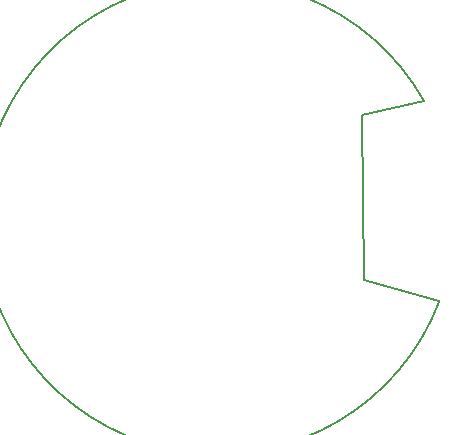
<source format=gm1>
G04 #@! TF.GenerationSoftware,KiCad,Pcbnew,5.0.2-bee76a0~70~ubuntu18.04.1*
G04 #@! TF.CreationDate,2018-12-20T12:23:35+01:00*
G04 #@! TF.ProjectId,temp_hum,74656d70-5f68-4756-9d2e-6b696361645f,rev?*
G04 #@! TF.SameCoordinates,Original*
G04 #@! TF.FileFunction,Profile,NP*
%FSLAX46Y46*%
G04 Gerber Fmt 4.6, Leading zero omitted, Abs format (unit mm)*
G04 Created by KiCad (PCBNEW 5.0.2-bee76a0~70~ubuntu18.04.1) date tor 20 dec 2018 12:23:35*
%MOMM*%
%LPD*%
G01*
G04 APERTURE LIST*
%ADD10C,0.200000*%
G04 APERTURE END LIST*
D10*
X149352000Y-47244000D02*
X154622500Y-46024800D01*
X149479000Y-61214000D02*
X149352000Y-47244000D01*
X155905200Y-62953900D02*
X149479000Y-61214000D01*
X155907491Y-62940071D02*
G75*
G02X154603436Y-46015007I-18750739J7068049D01*
G01*
M02*

</source>
